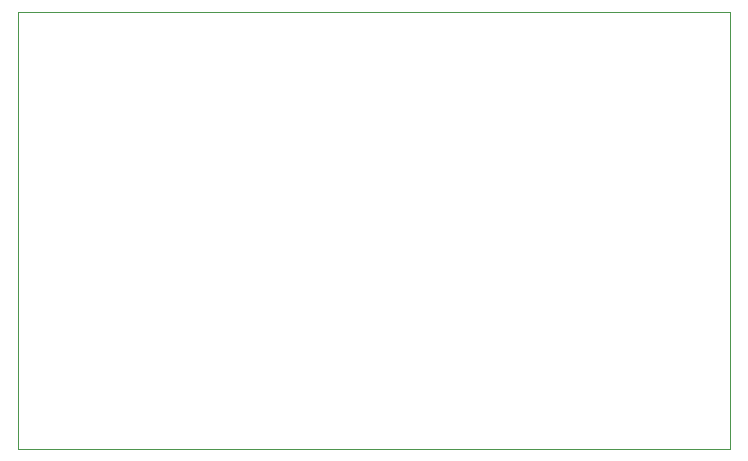
<source format=gm1>
G04 #@! TF.GenerationSoftware,KiCad,Pcbnew,7.0.0*
G04 #@! TF.CreationDate,2023-03-02T15:58:58-08:00*
G04 #@! TF.ProjectId,KYBERNETES-LOGIC-PD,4b594245-524e-4455-9445-532d4c4f4749,rev?*
G04 #@! TF.SameCoordinates,Original*
G04 #@! TF.FileFunction,Profile,NP*
%FSLAX46Y46*%
G04 Gerber Fmt 4.6, Leading zero omitted, Abs format (unit mm)*
G04 Created by KiCad (PCBNEW 7.0.0) date 2023-03-02 15:58:58*
%MOMM*%
%LPD*%
G01*
G04 APERTURE LIST*
G04 #@! TA.AperFunction,Profile*
%ADD10C,0.100000*%
G04 #@! TD*
G04 APERTURE END LIST*
D10*
X115530000Y-64050000D02*
X175790000Y-64050000D01*
X175790000Y-64050000D02*
X175790000Y-101110000D01*
X175790000Y-101110000D02*
X115530000Y-101110000D01*
X115530000Y-101110000D02*
X115530000Y-64050000D01*
M02*

</source>
